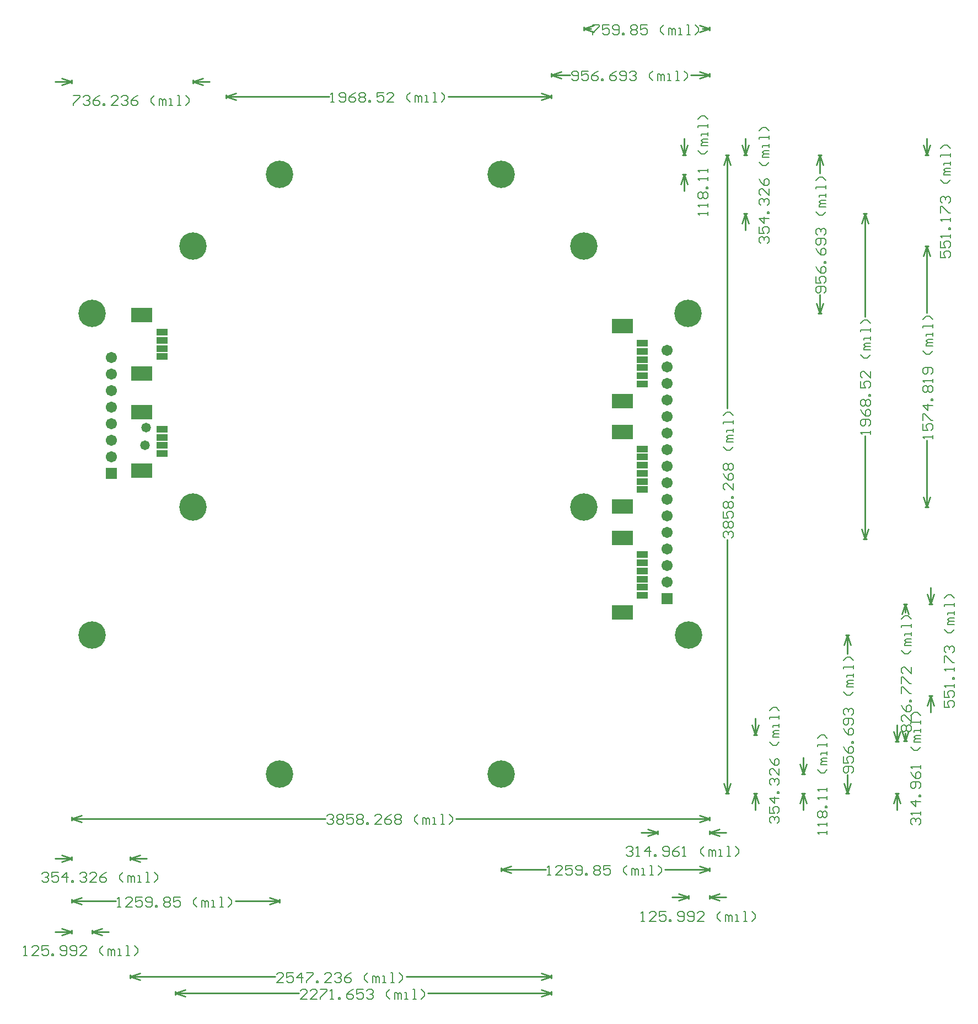
<source format=gbs>
G04*
G04 #@! TF.GenerationSoftware,Altium Limited,Altium Designer,18.1.7 (191)*
G04*
G04 Layer_Color=16711935*
%FSLAX25Y25*%
%MOIN*%
G70*
G01*
G75*
%ADD13C,0.01000*%
%ADD14C,0.00600*%
%ADD15C,0.06706*%
%ADD16R,0.06706X0.06706*%
%ADD17C,0.16548*%
%ADD18C,0.05800*%
%ADD28R,0.12611X0.08674*%
%ADD29R,0.07099X0.03950*%
D13*
X73824Y429100D02*
Y431100D01*
X200Y429100D02*
Y431100D01*
X73824Y430100D02*
X79824Y428100D01*
X73824Y430100D02*
X79824Y432100D01*
X-5800Y428100D02*
X200Y430100D01*
X-5800Y432100D02*
X200Y430100D01*
X73824D02*
X83824D01*
X-9800D02*
X200D01*
X386100Y461100D02*
Y463100D01*
X310115Y461100D02*
Y463100D01*
X380100Y460100D02*
X386100Y462100D01*
X380100Y464100D02*
X386100Y462100D01*
X310115D02*
X316115Y460100D01*
X310115Y462100D02*
X316115Y464100D01*
X381697Y462100D02*
X386100D01*
X310115D02*
X314518D01*
X516300Y330700D02*
X518300D01*
X516300Y173218D02*
X518300D01*
X517300Y330700D02*
X519300Y324700D01*
X515300D02*
X517300Y330700D01*
Y173218D02*
X519300Y179218D01*
X515300D02*
X517300Y173218D01*
Y290547D02*
Y330700D01*
Y173218D02*
Y213371D01*
X516400Y385900D02*
X518400D01*
X516400Y330783D02*
X518400D01*
X517400Y385900D02*
X519400Y391900D01*
X515400D02*
X517400Y385900D01*
Y330783D02*
X519400Y324783D01*
X515400D02*
X517400Y330783D01*
Y385900D02*
Y395900D01*
Y320783D02*
Y330783D01*
X478900Y350500D02*
X480900D01*
X478900Y153648D02*
X480900D01*
X479900Y350500D02*
X481900Y344500D01*
X477900D02*
X479900Y350500D01*
Y153648D02*
X481900Y159648D01*
X477900D02*
X479900Y153648D01*
Y288163D02*
Y350500D01*
Y153648D02*
Y215985D01*
X290400Y420200D02*
Y422200D01*
X93548Y420200D02*
Y422200D01*
X284400Y419200D02*
X290400Y421200D01*
X284400Y423200D02*
X290400Y421200D01*
X93548D02*
X99548Y419200D01*
X93548Y421200D02*
X99548Y423200D01*
X228063Y421200D02*
X290400D01*
X93548D02*
X155885D01*
X386100Y433200D02*
Y435200D01*
X290431Y433200D02*
Y435200D01*
X380100Y432200D02*
X386100Y434200D01*
X380100Y436200D02*
X386100Y434200D01*
X290431D02*
X296431Y432200D01*
X290431Y434200D02*
X296431Y436200D01*
X374854Y434200D02*
X386100D01*
X290431D02*
X301677D01*
X290300Y-121600D02*
Y-119600D01*
X63135Y-121600D02*
Y-119600D01*
X284300Y-122600D02*
X290300Y-120600D01*
X284300Y-118600D02*
X290300Y-120600D01*
X63135D02*
X69135Y-122600D01*
X63135Y-120600D02*
X69135Y-118600D01*
X215805Y-120600D02*
X290300D01*
X63135D02*
X137629D01*
X290324Y-111500D02*
Y-109500D01*
X35600Y-111500D02*
Y-109500D01*
X284324Y-112500D02*
X290324Y-110500D01*
X284324Y-108500D02*
X290324Y-110500D01*
X35600D02*
X41600Y-112500D01*
X35600Y-110500D02*
X41600Y-108500D01*
X202550Y-110500D02*
X290324D01*
X35600D02*
X123374D01*
X518600Y114300D02*
X520600D01*
X518600Y59183D02*
X520600D01*
X519600Y114300D02*
X521600Y120300D01*
X517600D02*
X519600Y114300D01*
Y59183D02*
X521600Y53183D01*
X517600D02*
X519600Y59183D01*
Y114300D02*
Y124300D01*
Y49183D02*
Y59183D01*
X503500Y114277D02*
X505500D01*
X503500Y31600D02*
X505500D01*
X504500Y114277D02*
X506500Y108277D01*
X502500D02*
X504500Y114277D01*
Y31600D02*
X506500Y37600D01*
X502500D02*
X504500Y31600D01*
Y109527D02*
Y114277D01*
Y31600D02*
Y36350D01*
X498200Y31596D02*
X500200D01*
X498200Y100D02*
X500200D01*
X499200Y31596D02*
X501200Y37596D01*
X497200D02*
X499200Y31596D01*
Y100D02*
X501200Y-5900D01*
X497200D02*
X499200Y100D01*
Y31596D02*
Y41596D01*
Y-9900D02*
Y100D01*
X12800Y-84600D02*
Y-82600D01*
X201Y-84600D02*
Y-82600D01*
X12800Y-83600D02*
X18800Y-85600D01*
X12800Y-83600D02*
X18800Y-81600D01*
X-5799Y-85600D02*
X201Y-83600D01*
X-5799Y-81600D02*
X201Y-83600D01*
X12800D02*
X22800D01*
X-9799D02*
X201D01*
X386100Y-63700D02*
Y-61700D01*
X373501Y-63700D02*
Y-61700D01*
X386100Y-62700D02*
X392100Y-64700D01*
X386100Y-62700D02*
X392100Y-60700D01*
X367501Y-64700D02*
X373501Y-62700D01*
X367501Y-60700D02*
X373501Y-62700D01*
X386100D02*
X396100D01*
X363501D02*
X373501D01*
X451700Y385900D02*
X453700D01*
X451700Y290231D02*
X453700D01*
X452700Y385900D02*
X454700Y379900D01*
X450700D02*
X452700Y385900D01*
Y290231D02*
X454700Y296231D01*
X450700D02*
X452700Y290231D01*
Y374654D02*
Y385900D01*
Y290231D02*
Y301477D01*
X468500Y95769D02*
X470500D01*
X468500Y100D02*
X470500D01*
X469500Y95769D02*
X471500Y89769D01*
X467500D02*
X469500Y95769D01*
Y100D02*
X471500Y6100D01*
X467500D02*
X469500Y100D01*
Y84523D02*
Y95769D01*
Y100D02*
Y11346D01*
X369700Y385900D02*
X371700D01*
X369700Y374089D02*
X371700D01*
X370700Y385900D02*
X372700Y391900D01*
X368700D02*
X370700Y385900D01*
Y374089D02*
X372700Y368089D01*
X368700D02*
X370700Y374089D01*
Y385900D02*
Y395900D01*
Y364089D02*
Y374089D01*
X441800Y11911D02*
X443800D01*
X441800Y100D02*
X443800D01*
X442800Y11911D02*
X444800Y17911D01*
X440800D02*
X442800Y11911D01*
Y100D02*
X444800Y-5900D01*
X440800D02*
X442800Y100D01*
Y11911D02*
Y21911D01*
Y-9900D02*
Y100D01*
X126185Y-66000D02*
Y-64000D01*
X200Y-66000D02*
Y-64000D01*
X120185Y-67000D02*
X126185Y-65000D01*
X120185Y-63000D02*
X126185Y-65000D01*
X200D02*
X6200Y-67000D01*
X200Y-65000D02*
X6200Y-63000D01*
X99281Y-65000D02*
X126185D01*
X200D02*
X27104D01*
X386100Y-46800D02*
Y-44800D01*
X260115Y-46800D02*
Y-44800D01*
X380100Y-47800D02*
X386100Y-45800D01*
X380100Y-43800D02*
X386100Y-45800D01*
X260115D02*
X266115Y-47800D01*
X260115Y-45800D02*
X266115Y-43800D01*
X359196Y-45800D02*
X386100D01*
X260115D02*
X287019D01*
X386100Y-16100D02*
Y-14100D01*
X273Y-16100D02*
Y-14100D01*
X380100Y-17100D02*
X386100Y-15100D01*
X380100Y-13100D02*
X386100Y-15100D01*
X273D02*
X6273Y-17100D01*
X273Y-15100D02*
X6273Y-13100D01*
X232774Y-15100D02*
X386100D01*
X273D02*
X153599D01*
X395800Y385927D02*
X397800D01*
X395800Y100D02*
X397800D01*
X396800Y385927D02*
X398800Y379927D01*
X394800D02*
X396800Y385927D01*
Y100D02*
X398800Y6100D01*
X394800D02*
X396800Y100D01*
Y232601D02*
Y385927D01*
Y100D02*
Y153426D01*
X412800Y35533D02*
X414800D01*
X412800Y100D02*
X414800D01*
X413800Y35533D02*
X415800Y41533D01*
X411800D02*
X413800Y35533D01*
Y100D02*
X415800Y-5900D01*
X411800D02*
X413800Y100D01*
Y35533D02*
Y45533D01*
Y-9900D02*
Y100D01*
X406700Y385900D02*
X408700D01*
X406700Y350467D02*
X408700D01*
X407700Y385900D02*
X409700Y391900D01*
X405700D02*
X407700Y385900D01*
Y350467D02*
X409700Y344467D01*
X405700D02*
X407700Y350467D01*
Y385900D02*
Y395900D01*
Y340467D02*
Y350467D01*
X35633Y-40300D02*
Y-38300D01*
X200Y-40300D02*
Y-38300D01*
X35633Y-39300D02*
X41633Y-41300D01*
X35633Y-39300D02*
X41633Y-37300D01*
X-5800Y-41300D02*
X200Y-39300D01*
X-5800Y-37300D02*
X200Y-39300D01*
X35633D02*
X45633D01*
X-9800D02*
X200D01*
X386100Y-24500D02*
Y-22500D01*
X354604Y-24500D02*
Y-22500D01*
X386100Y-23500D02*
X392100Y-25500D01*
X386100Y-23500D02*
X392100Y-21500D01*
X348604Y-25500D02*
X354604Y-23500D01*
X348604Y-21500D02*
X354604Y-23500D01*
X386100D02*
X396100D01*
X344604D02*
X354604D01*
D14*
X1423Y421702D02*
X5422D01*
Y420702D01*
X1423Y416704D01*
Y415704D01*
X7421Y420702D02*
X8421Y421702D01*
X10420D01*
X11420Y420702D01*
Y419703D01*
X10420Y418703D01*
X9420D01*
X10420D01*
X11420Y417703D01*
Y416704D01*
X10420Y415704D01*
X8421D01*
X7421Y416704D01*
X17418Y421702D02*
X15419Y420702D01*
X13419Y418703D01*
Y416704D01*
X14419Y415704D01*
X16418D01*
X17418Y416704D01*
Y417703D01*
X16418Y418703D01*
X13419D01*
X19417Y415704D02*
Y416704D01*
X20417D01*
Y415704D01*
X19417D01*
X28414D02*
X24416D01*
X28414Y419703D01*
Y420702D01*
X27415Y421702D01*
X25415D01*
X24416Y420702D01*
X30414D02*
X31413Y421702D01*
X33413D01*
X34413Y420702D01*
Y419703D01*
X33413Y418703D01*
X32413D01*
X33413D01*
X34413Y417703D01*
Y416704D01*
X33413Y415704D01*
X31413D01*
X30414Y416704D01*
X40411Y421702D02*
X38411Y420702D01*
X36412Y418703D01*
Y416704D01*
X37411Y415704D01*
X39411D01*
X40411Y416704D01*
Y417703D01*
X39411Y418703D01*
X36412D01*
X50407Y415704D02*
X48408Y417703D01*
Y419703D01*
X50407Y421702D01*
X53406Y415704D02*
Y419703D01*
X54406D01*
X55406Y418703D01*
Y415704D01*
Y418703D01*
X56405Y419703D01*
X57405Y418703D01*
Y415704D01*
X59404D02*
X61404D01*
X60404D01*
Y419703D01*
X59404D01*
X64403Y415704D02*
X66402D01*
X65402D01*
Y421702D01*
X64403D01*
X69401Y415704D02*
X71400Y417703D01*
Y419703D01*
X69401Y421702D01*
X315518Y464499D02*
X319516D01*
Y463499D01*
X315518Y459501D01*
Y458501D01*
X325515Y464499D02*
X321516D01*
Y461500D01*
X323515Y462500D01*
X324515D01*
X325515Y461500D01*
Y459501D01*
X324515Y458501D01*
X322516D01*
X321516Y459501D01*
X327514D02*
X328514Y458501D01*
X330513D01*
X331513Y459501D01*
Y463499D01*
X330513Y464499D01*
X328514D01*
X327514Y463499D01*
Y462500D01*
X328514Y461500D01*
X331513D01*
X333512Y458501D02*
Y459501D01*
X334512D01*
Y458501D01*
X333512D01*
X338510Y463499D02*
X339510Y464499D01*
X341509D01*
X342509Y463499D01*
Y462500D01*
X341509Y461500D01*
X342509Y460500D01*
Y459501D01*
X341509Y458501D01*
X339510D01*
X338510Y459501D01*
Y460500D01*
X339510Y461500D01*
X338510Y462500D01*
Y463499D01*
X339510Y461500D02*
X341509D01*
X348507Y464499D02*
X344508D01*
Y461500D01*
X346508Y462500D01*
X347508D01*
X348507Y461500D01*
Y459501D01*
X347508Y458501D01*
X345508D01*
X344508Y459501D01*
X358504Y458501D02*
X356505Y460500D01*
Y462500D01*
X358504Y464499D01*
X361503Y458501D02*
Y462500D01*
X362503D01*
X363502Y461500D01*
Y458501D01*
Y461500D01*
X364502Y462500D01*
X365502Y461500D01*
Y458501D01*
X367501D02*
X369500D01*
X368501D01*
Y462500D01*
X367501D01*
X372499Y458501D02*
X374499D01*
X373499D01*
Y464499D01*
X372499D01*
X377498Y458501D02*
X379497Y460500D01*
Y462500D01*
X377498Y464499D01*
X520899Y214371D02*
Y216370D01*
Y215371D01*
X514901D01*
X515901Y214371D01*
X514901Y223368D02*
Y219369D01*
X517900D01*
X516900Y221369D01*
Y222368D01*
X517900Y223368D01*
X519899D01*
X520899Y222368D01*
Y220369D01*
X519899Y219369D01*
X514901Y225367D02*
Y229366D01*
X515901D01*
X519899Y225367D01*
X520899D01*
Y234365D02*
X514901D01*
X517900Y231365D01*
Y235364D01*
X520899Y237364D02*
X519899D01*
Y238363D01*
X520899D01*
Y237364D01*
X515901Y242362D02*
X514901Y243362D01*
Y245361D01*
X515901Y246361D01*
X516900D01*
X517900Y245361D01*
X518900Y246361D01*
X519899D01*
X520899Y245361D01*
Y243362D01*
X519899Y242362D01*
X518900D01*
X517900Y243362D01*
X516900Y242362D01*
X515901D01*
X517900Y243362D02*
Y245361D01*
X520899Y248360D02*
Y250359D01*
Y249360D01*
X514901D01*
X515901Y248360D01*
X519899Y253358D02*
X520899Y254358D01*
Y256357D01*
X519899Y257357D01*
X515901D01*
X514901Y256357D01*
Y254358D01*
X515901Y253358D01*
X516900D01*
X517900Y254358D01*
Y257357D01*
X520899Y267354D02*
X518900Y265354D01*
X516900D01*
X514901Y267354D01*
X520899Y270353D02*
X516900D01*
Y271353D01*
X517900Y272352D01*
X520899D01*
X517900D01*
X516900Y273352D01*
X517900Y274352D01*
X520899D01*
Y276351D02*
Y278350D01*
Y277351D01*
X516900D01*
Y276351D01*
X520899Y281349D02*
Y283349D01*
Y282349D01*
X514901D01*
Y281349D01*
X520899Y286348D02*
X518900Y288347D01*
X516900D01*
X514901Y286348D01*
X525798Y327751D02*
Y323752D01*
X528797D01*
X527797Y325752D01*
Y326751D01*
X528797Y327751D01*
X530796D01*
X531796Y326751D01*
Y324752D01*
X530796Y323752D01*
X525798Y333749D02*
Y329750D01*
X528797D01*
X527797Y331750D01*
Y332749D01*
X528797Y333749D01*
X530796D01*
X531796Y332749D01*
Y330750D01*
X530796Y329750D01*
X531796Y335749D02*
Y337748D01*
Y336748D01*
X525798D01*
X526798Y335749D01*
X531796Y340747D02*
X530796D01*
Y341746D01*
X531796D01*
Y340747D01*
Y345745D02*
Y347745D01*
Y346745D01*
X525798D01*
X526798Y345745D01*
X525798Y350744D02*
Y354742D01*
X526798D01*
X530796Y350744D01*
X531796D01*
X526798Y356742D02*
X525798Y357741D01*
Y359741D01*
X526798Y360740D01*
X527797D01*
X528797Y359741D01*
Y358741D01*
Y359741D01*
X529797Y360740D01*
X530796D01*
X531796Y359741D01*
Y357741D01*
X530796Y356742D01*
X531796Y370737D02*
X529797Y368738D01*
X527797D01*
X525798Y370737D01*
X531796Y373736D02*
X527797D01*
Y374736D01*
X528797Y375735D01*
X531796D01*
X528797D01*
X527797Y376735D01*
X528797Y377735D01*
X531796D01*
Y379734D02*
Y381734D01*
Y380734D01*
X527797D01*
Y379734D01*
X531796Y384733D02*
Y386732D01*
Y385732D01*
X525798D01*
Y384733D01*
X531796Y389731D02*
X529797Y391730D01*
X527797D01*
X525798Y389731D01*
X483499Y216985D02*
Y218985D01*
Y217985D01*
X477501D01*
X478501Y216985D01*
X482499Y221984D02*
X483499Y222983D01*
Y224983D01*
X482499Y225982D01*
X478501D01*
X477501Y224983D01*
Y222983D01*
X478501Y221984D01*
X479500D01*
X480500Y222983D01*
Y225982D01*
X477501Y231980D02*
X478501Y229981D01*
X480500Y227982D01*
X482499D01*
X483499Y228981D01*
Y230981D01*
X482499Y231980D01*
X481500D01*
X480500Y230981D01*
Y227982D01*
X478501Y233980D02*
X477501Y234979D01*
Y236979D01*
X478501Y237978D01*
X479500D01*
X480500Y236979D01*
X481500Y237978D01*
X482499D01*
X483499Y236979D01*
Y234979D01*
X482499Y233980D01*
X481500D01*
X480500Y234979D01*
X479500Y233980D01*
X478501D01*
X480500Y234979D02*
Y236979D01*
X483499Y239978D02*
X482499D01*
Y240977D01*
X483499D01*
Y239978D01*
X477501Y248975D02*
Y244976D01*
X480500D01*
X479500Y246975D01*
Y247975D01*
X480500Y248975D01*
X482499D01*
X483499Y247975D01*
Y245976D01*
X482499Y244976D01*
X483499Y254973D02*
Y250974D01*
X479500Y254973D01*
X478501D01*
X477501Y253973D01*
Y251974D01*
X478501Y250974D01*
X483499Y264970D02*
X481500Y262970D01*
X479500D01*
X477501Y264970D01*
X483499Y267969D02*
X479500D01*
Y268968D01*
X480500Y269968D01*
X483499D01*
X480500D01*
X479500Y270968D01*
X480500Y271967D01*
X483499D01*
Y273967D02*
Y275966D01*
Y274966D01*
X479500D01*
Y273967D01*
X483499Y278965D02*
Y280964D01*
Y279965D01*
X477501D01*
Y278965D01*
X483499Y283963D02*
X481500Y285963D01*
X479500D01*
X477501Y283963D01*
X156885Y417601D02*
X158885D01*
X157885D01*
Y423599D01*
X156885Y422599D01*
X161884Y418601D02*
X162883Y417601D01*
X164883D01*
X165882Y418601D01*
Y422599D01*
X164883Y423599D01*
X162883D01*
X161884Y422599D01*
Y421600D01*
X162883Y420600D01*
X165882D01*
X171880Y423599D02*
X169881Y422599D01*
X167882Y420600D01*
Y418601D01*
X168881Y417601D01*
X170881D01*
X171880Y418601D01*
Y419600D01*
X170881Y420600D01*
X167882D01*
X173880Y422599D02*
X174879Y423599D01*
X176879D01*
X177878Y422599D01*
Y421600D01*
X176879Y420600D01*
X177878Y419600D01*
Y418601D01*
X176879Y417601D01*
X174879D01*
X173880Y418601D01*
Y419600D01*
X174879Y420600D01*
X173880Y421600D01*
Y422599D01*
X174879Y420600D02*
X176879D01*
X179878Y417601D02*
Y418601D01*
X180877D01*
Y417601D01*
X179878D01*
X188875Y423599D02*
X184876D01*
Y420600D01*
X186875Y421600D01*
X187875D01*
X188875Y420600D01*
Y418601D01*
X187875Y417601D01*
X185876D01*
X184876Y418601D01*
X194873Y417601D02*
X190874D01*
X194873Y421600D01*
Y422599D01*
X193873Y423599D01*
X191874D01*
X190874Y422599D01*
X204870Y417601D02*
X202870Y419600D01*
Y421600D01*
X204870Y423599D01*
X207869Y417601D02*
Y421600D01*
X208868D01*
X209868Y420600D01*
Y417601D01*
Y420600D01*
X210868Y421600D01*
X211867Y420600D01*
Y417601D01*
X213867D02*
X215866D01*
X214866D01*
Y421600D01*
X213867D01*
X218865Y417601D02*
X220865D01*
X219865D01*
Y423599D01*
X218865D01*
X223864Y417601D02*
X225863Y419600D01*
Y421600D01*
X223864Y423599D01*
X302677Y431601D02*
X303676Y430601D01*
X305676D01*
X306675Y431601D01*
Y435599D01*
X305676Y436599D01*
X303676D01*
X302677Y435599D01*
Y434600D01*
X303676Y433600D01*
X306675D01*
X312673Y436599D02*
X308675D01*
Y433600D01*
X310674Y434600D01*
X311674D01*
X312673Y433600D01*
Y431601D01*
X311674Y430601D01*
X309674D01*
X308675Y431601D01*
X318671Y436599D02*
X316672Y435599D01*
X314673Y433600D01*
Y431601D01*
X315672Y430601D01*
X317672D01*
X318671Y431601D01*
Y432600D01*
X317672Y433600D01*
X314673D01*
X320671Y430601D02*
Y431601D01*
X321671D01*
Y430601D01*
X320671D01*
X329668Y436599D02*
X327669Y435599D01*
X325669Y433600D01*
Y431601D01*
X326669Y430601D01*
X328668D01*
X329668Y431601D01*
Y432600D01*
X328668Y433600D01*
X325669D01*
X331667Y431601D02*
X332667Y430601D01*
X334666D01*
X335666Y431601D01*
Y435599D01*
X334666Y436599D01*
X332667D01*
X331667Y435599D01*
Y434600D01*
X332667Y433600D01*
X335666D01*
X337665Y435599D02*
X338665Y436599D01*
X340664D01*
X341664Y435599D01*
Y434600D01*
X340664Y433600D01*
X339665D01*
X340664D01*
X341664Y432600D01*
Y431601D01*
X340664Y430601D01*
X338665D01*
X337665Y431601D01*
X351661Y430601D02*
X349661Y432600D01*
Y434600D01*
X351661Y436599D01*
X354660Y430601D02*
Y434600D01*
X355660D01*
X356659Y433600D01*
Y430601D01*
Y433600D01*
X357659Y434600D01*
X358659Y433600D01*
Y430601D01*
X360658D02*
X362657D01*
X361658D01*
Y434600D01*
X360658D01*
X365656Y430601D02*
X367656D01*
X366656D01*
Y436599D01*
X365656D01*
X370655Y430601D02*
X372654Y432600D01*
Y434600D01*
X370655Y436599D01*
X142628Y-124199D02*
X138629D01*
X142628Y-120200D01*
Y-119201D01*
X141629Y-118201D01*
X139629D01*
X138629Y-119201D01*
X148626Y-124199D02*
X144627D01*
X148626Y-120200D01*
Y-119201D01*
X147626Y-118201D01*
X145627D01*
X144627Y-119201D01*
X150626Y-118201D02*
X154624D01*
Y-119201D01*
X150626Y-123199D01*
Y-124199D01*
X156624D02*
X158623D01*
X157623D01*
Y-118201D01*
X156624Y-119201D01*
X161622Y-124199D02*
Y-123199D01*
X162622D01*
Y-124199D01*
X161622D01*
X170619Y-118201D02*
X168620Y-119201D01*
X166620Y-121200D01*
Y-123199D01*
X167620Y-124199D01*
X169619D01*
X170619Y-123199D01*
Y-122200D01*
X169619Y-121200D01*
X166620D01*
X176617Y-118201D02*
X172618D01*
Y-121200D01*
X174618Y-120200D01*
X175618D01*
X176617Y-121200D01*
Y-123199D01*
X175618Y-124199D01*
X173618D01*
X172618Y-123199D01*
X178616Y-119201D02*
X179616Y-118201D01*
X181616D01*
X182615Y-119201D01*
Y-120200D01*
X181616Y-121200D01*
X180616D01*
X181616D01*
X182615Y-122200D01*
Y-123199D01*
X181616Y-124199D01*
X179616D01*
X178616Y-123199D01*
X192612Y-124199D02*
X190613Y-122200D01*
Y-120200D01*
X192612Y-118201D01*
X195611Y-124199D02*
Y-120200D01*
X196611D01*
X197610Y-121200D01*
Y-124199D01*
Y-121200D01*
X198610Y-120200D01*
X199610Y-121200D01*
Y-124199D01*
X201609D02*
X203608D01*
X202609D01*
Y-120200D01*
X201609D01*
X206608Y-124199D02*
X208607D01*
X207607D01*
Y-118201D01*
X206608D01*
X211606Y-124199D02*
X213605Y-122200D01*
Y-120200D01*
X211606Y-118201D01*
X128373Y-114099D02*
X124374D01*
X128373Y-110100D01*
Y-109101D01*
X127373Y-108101D01*
X125374D01*
X124374Y-109101D01*
X134371Y-108101D02*
X130372D01*
Y-111100D01*
X132371Y-110100D01*
X133371D01*
X134371Y-111100D01*
Y-113099D01*
X133371Y-114099D01*
X131372D01*
X130372Y-113099D01*
X139369Y-114099D02*
Y-108101D01*
X136370Y-111100D01*
X140369D01*
X142368Y-108101D02*
X146367D01*
Y-109101D01*
X142368Y-113099D01*
Y-114099D01*
X148366D02*
Y-113099D01*
X149366D01*
Y-114099D01*
X148366D01*
X157363D02*
X153365D01*
X157363Y-110100D01*
Y-109101D01*
X156364Y-108101D01*
X154364D01*
X153365Y-109101D01*
X159363D02*
X160363Y-108101D01*
X162362D01*
X163362Y-109101D01*
Y-110100D01*
X162362Y-111100D01*
X161362D01*
X162362D01*
X163362Y-112100D01*
Y-113099D01*
X162362Y-114099D01*
X160363D01*
X159363Y-113099D01*
X169360Y-108101D02*
X167360Y-109101D01*
X165361Y-111100D01*
Y-113099D01*
X166360Y-114099D01*
X168360D01*
X169360Y-113099D01*
Y-112100D01*
X168360Y-111100D01*
X165361D01*
X179356Y-114099D02*
X177357Y-112100D01*
Y-110100D01*
X179356Y-108101D01*
X182355Y-114099D02*
Y-110100D01*
X183355D01*
X184355Y-111100D01*
Y-114099D01*
Y-111100D01*
X185354Y-110100D01*
X186354Y-111100D01*
Y-114099D01*
X188353D02*
X190353D01*
X189353D01*
Y-110100D01*
X188353D01*
X193352Y-114099D02*
X195351D01*
X194351D01*
Y-108101D01*
X193352D01*
X198350Y-114099D02*
X200349Y-112100D01*
Y-110100D01*
X198350Y-108101D01*
X527998Y56151D02*
Y52152D01*
X530997D01*
X529997Y54152D01*
Y55151D01*
X530997Y56151D01*
X532996D01*
X533996Y55151D01*
Y53152D01*
X532996Y52152D01*
X527998Y62149D02*
Y58150D01*
X530997D01*
X529997Y60150D01*
Y61149D01*
X530997Y62149D01*
X532996D01*
X533996Y61149D01*
Y59150D01*
X532996Y58150D01*
X533996Y64148D02*
Y66148D01*
Y65148D01*
X527998D01*
X528998Y64148D01*
X533996Y69147D02*
X532996D01*
Y70147D01*
X533996D01*
Y69147D01*
Y74145D02*
Y76145D01*
Y75145D01*
X527998D01*
X528998Y74145D01*
X527998Y79144D02*
Y83142D01*
X528998D01*
X532996Y79144D01*
X533996D01*
X528998Y85142D02*
X527998Y86141D01*
Y88141D01*
X528998Y89140D01*
X529997D01*
X530997Y88141D01*
Y87141D01*
Y88141D01*
X531997Y89140D01*
X532996D01*
X533996Y88141D01*
Y86141D01*
X532996Y85142D01*
X533996Y99137D02*
X531997Y97138D01*
X529997D01*
X527998Y99137D01*
X533996Y102136D02*
X529997D01*
Y103136D01*
X530997Y104136D01*
X533996D01*
X530997D01*
X529997Y105135D01*
X530997Y106135D01*
X533996D01*
Y108134D02*
Y110134D01*
Y109134D01*
X529997D01*
Y108134D01*
X533996Y113133D02*
Y115132D01*
Y114132D01*
X527998D01*
Y113133D01*
X533996Y118131D02*
X531997Y120130D01*
X529997D01*
X527998Y118131D01*
X503101Y37350D02*
X502101Y38350D01*
Y40349D01*
X503101Y41349D01*
X504100D01*
X505100Y40349D01*
X506100Y41349D01*
X507099D01*
X508099Y40349D01*
Y38350D01*
X507099Y37350D01*
X506100D01*
X505100Y38350D01*
X504100Y37350D01*
X503101D01*
X505100Y38350D02*
Y40349D01*
X508099Y47347D02*
Y43348D01*
X504100Y47347D01*
X503101D01*
X502101Y46347D01*
Y44348D01*
X503101Y43348D01*
X502101Y53345D02*
X503101Y51345D01*
X505100Y49346D01*
X507099D01*
X508099Y50346D01*
Y52345D01*
X507099Y53345D01*
X506100D01*
X505100Y52345D01*
Y49346D01*
X508099Y55344D02*
X507099D01*
Y56344D01*
X508099D01*
Y55344D01*
X502101Y60343D02*
Y64341D01*
X503101D01*
X507099Y60343D01*
X508099D01*
X502101Y66341D02*
Y70339D01*
X503101D01*
X507099Y66341D01*
X508099D01*
Y76337D02*
Y72339D01*
X504100Y76337D01*
X503101D01*
X502101Y75338D01*
Y73338D01*
X503101Y72339D01*
X508099Y86334D02*
X506100Y84335D01*
X504100D01*
X502101Y86334D01*
X508099Y89333D02*
X504100D01*
Y90333D01*
X505100Y91332D01*
X508099D01*
X505100D01*
X504100Y92332D01*
X505100Y93332D01*
X508099D01*
Y95331D02*
Y97330D01*
Y96331D01*
X504100D01*
Y95331D01*
X508099Y100329D02*
Y102329D01*
Y101329D01*
X502101D01*
Y100329D01*
X508099Y105328D02*
X506100Y107327D01*
X504100D01*
X502101Y105328D01*
X508598Y-18741D02*
X507598Y-17741D01*
Y-15742D01*
X508598Y-14742D01*
X509597D01*
X510597Y-15742D01*
Y-16742D01*
Y-15742D01*
X511597Y-14742D01*
X512596D01*
X513596Y-15742D01*
Y-17741D01*
X512596Y-18741D01*
X513596Y-12743D02*
Y-10744D01*
Y-11743D01*
X507598D01*
X508598Y-12743D01*
X513596Y-4746D02*
X507598D01*
X510597Y-7745D01*
Y-3746D01*
X513596Y-1746D02*
X512596D01*
Y-747D01*
X513596D01*
Y-1746D01*
X512596Y3252D02*
X513596Y4252D01*
Y6251D01*
X512596Y7251D01*
X508598D01*
X507598Y6251D01*
Y4252D01*
X508598Y3252D01*
X509597D01*
X510597Y4252D01*
Y7251D01*
X507598Y13249D02*
X508598Y11249D01*
X510597Y9250D01*
X512596D01*
X513596Y10250D01*
Y12249D01*
X512596Y13249D01*
X511597D01*
X510597Y12249D01*
Y9250D01*
X513596Y15248D02*
Y17247D01*
Y16248D01*
X507598D01*
X508598Y15248D01*
X513596Y28244D02*
X511597Y26245D01*
X509597D01*
X507598Y28244D01*
X513596Y31243D02*
X509597D01*
Y32243D01*
X510597Y33242D01*
X513596D01*
X510597D01*
X509597Y34242D01*
X510597Y35242D01*
X513596D01*
Y37241D02*
Y39240D01*
Y38241D01*
X509597D01*
Y37241D01*
X513596Y42239D02*
Y44239D01*
Y43239D01*
X507598D01*
Y42239D01*
X513596Y47238D02*
X511597Y49237D01*
X509597D01*
X507598Y47238D01*
X-28588Y-97996D02*
X-26589D01*
X-27589D01*
Y-91998D01*
X-28588Y-92998D01*
X-19591Y-97996D02*
X-23590D01*
X-19591Y-93997D01*
Y-92998D01*
X-20591Y-91998D01*
X-22590D01*
X-23590Y-92998D01*
X-13593Y-91998D02*
X-17592D01*
Y-94997D01*
X-15593Y-93997D01*
X-14593D01*
X-13593Y-94997D01*
Y-96996D01*
X-14593Y-97996D01*
X-16592D01*
X-17592Y-96996D01*
X-11594Y-97996D02*
Y-96996D01*
X-10594D01*
Y-97996D01*
X-11594D01*
X-6596Y-96996D02*
X-5596Y-97996D01*
X-3596D01*
X-2597Y-96996D01*
Y-92998D01*
X-3596Y-91998D01*
X-5596D01*
X-6596Y-92998D01*
Y-93997D01*
X-5596Y-94997D01*
X-2597D01*
X-598Y-96996D02*
X402Y-97996D01*
X2402D01*
X3401Y-96996D01*
Y-92998D01*
X2402Y-91998D01*
X402D01*
X-598Y-92998D01*
Y-93997D01*
X402Y-94997D01*
X3401D01*
X9399Y-97996D02*
X5401D01*
X9399Y-93997D01*
Y-92998D01*
X8400Y-91998D01*
X6400D01*
X5401Y-92998D01*
X19396Y-97996D02*
X17397Y-95997D01*
Y-93997D01*
X19396Y-91998D01*
X22395Y-97996D02*
Y-93997D01*
X23395D01*
X24394Y-94997D01*
Y-97996D01*
Y-94997D01*
X25394Y-93997D01*
X26394Y-94997D01*
Y-97996D01*
X28393D02*
X30393D01*
X29393D01*
Y-93997D01*
X28393D01*
X33391Y-97996D02*
X35391D01*
X34391D01*
Y-91998D01*
X33391D01*
X38390Y-97996D02*
X40389Y-95997D01*
Y-93997D01*
X38390Y-91998D01*
X344712Y-77096D02*
X346711D01*
X345711D01*
Y-71098D01*
X344712Y-72098D01*
X353709Y-77096D02*
X349710D01*
X353709Y-73097D01*
Y-72098D01*
X352709Y-71098D01*
X350710D01*
X349710Y-72098D01*
X359707Y-71098D02*
X355708D01*
Y-74097D01*
X357707Y-73097D01*
X358707D01*
X359707Y-74097D01*
Y-76096D01*
X358707Y-77096D01*
X356708D01*
X355708Y-76096D01*
X361706Y-77096D02*
Y-76096D01*
X362706D01*
Y-77096D01*
X361706D01*
X366704Y-76096D02*
X367704Y-77096D01*
X369704D01*
X370703Y-76096D01*
Y-72098D01*
X369704Y-71098D01*
X367704D01*
X366704Y-72098D01*
Y-73097D01*
X367704Y-74097D01*
X370703D01*
X372703Y-76096D02*
X373702Y-77096D01*
X375701D01*
X376701Y-76096D01*
Y-72098D01*
X375701Y-71098D01*
X373702D01*
X372703Y-72098D01*
Y-73097D01*
X373702Y-74097D01*
X376701D01*
X382699Y-77096D02*
X378701D01*
X382699Y-73097D01*
Y-72098D01*
X381700Y-71098D01*
X379700D01*
X378701Y-72098D01*
X392696Y-77096D02*
X390697Y-75097D01*
Y-73097D01*
X392696Y-71098D01*
X395695Y-77096D02*
Y-73097D01*
X396695D01*
X397694Y-74097D01*
Y-77096D01*
Y-74097D01*
X398694Y-73097D01*
X399694Y-74097D01*
Y-77096D01*
X401693D02*
X403692D01*
X402693D01*
Y-73097D01*
X401693D01*
X406692Y-77096D02*
X408691D01*
X407691D01*
Y-71098D01*
X406692D01*
X411690Y-77096D02*
X413689Y-75097D01*
Y-73097D01*
X411690Y-71098D01*
X455299Y302477D02*
X456299Y303476D01*
Y305476D01*
X455299Y306475D01*
X451301D01*
X450301Y305476D01*
Y303476D01*
X451301Y302477D01*
X452300D01*
X453300Y303476D01*
Y306475D01*
X450301Y312474D02*
Y308475D01*
X453300D01*
X452300Y310474D01*
Y311474D01*
X453300Y312474D01*
X455299D01*
X456299Y311474D01*
Y309474D01*
X455299Y308475D01*
X450301Y318472D02*
X451301Y316472D01*
X453300Y314473D01*
X455299D01*
X456299Y315473D01*
Y317472D01*
X455299Y318472D01*
X454300D01*
X453300Y317472D01*
Y314473D01*
X456299Y320471D02*
X455299D01*
Y321470D01*
X456299D01*
Y320471D01*
X450301Y329468D02*
X451301Y327469D01*
X453300Y325469D01*
X455299D01*
X456299Y326469D01*
Y328468D01*
X455299Y329468D01*
X454300D01*
X453300Y328468D01*
Y325469D01*
X455299Y331467D02*
X456299Y332467D01*
Y334466D01*
X455299Y335466D01*
X451301D01*
X450301Y334466D01*
Y332467D01*
X451301Y331467D01*
X452300D01*
X453300Y332467D01*
Y335466D01*
X451301Y337465D02*
X450301Y338465D01*
Y340464D01*
X451301Y341464D01*
X452300D01*
X453300Y340464D01*
Y339465D01*
Y340464D01*
X454300Y341464D01*
X455299D01*
X456299Y340464D01*
Y338465D01*
X455299Y337465D01*
X456299Y351461D02*
X454300Y349462D01*
X452300D01*
X450301Y351461D01*
X456299Y354460D02*
X452300D01*
Y355459D01*
X453300Y356459D01*
X456299D01*
X453300D01*
X452300Y357459D01*
X453300Y358459D01*
X456299D01*
Y360458D02*
Y362457D01*
Y361458D01*
X452300D01*
Y360458D01*
X456299Y365456D02*
Y367456D01*
Y366456D01*
X450301D01*
Y365456D01*
X456299Y370455D02*
X454300Y372454D01*
X452300D01*
X450301Y370455D01*
X472099Y12346D02*
X473099Y13346D01*
Y15345D01*
X472099Y16345D01*
X468101D01*
X467101Y15345D01*
Y13346D01*
X468101Y12346D01*
X469100D01*
X470100Y13346D01*
Y16345D01*
X467101Y22343D02*
Y18344D01*
X470100D01*
X469100Y20343D01*
Y21343D01*
X470100Y22343D01*
X472099D01*
X473099Y21343D01*
Y19344D01*
X472099Y18344D01*
X467101Y28341D02*
X468101Y26341D01*
X470100Y24342D01*
X472099D01*
X473099Y25342D01*
Y27341D01*
X472099Y28341D01*
X471100D01*
X470100Y27341D01*
Y24342D01*
X473099Y30340D02*
X472099D01*
Y31340D01*
X473099D01*
Y30340D01*
X467101Y39337D02*
X468101Y37338D01*
X470100Y35339D01*
X472099D01*
X473099Y36338D01*
Y38338D01*
X472099Y39337D01*
X471100D01*
X470100Y38338D01*
Y35339D01*
X472099Y41337D02*
X473099Y42336D01*
Y44336D01*
X472099Y45335D01*
X468101D01*
X467101Y44336D01*
Y42336D01*
X468101Y41337D01*
X469100D01*
X470100Y42336D01*
Y45335D01*
X468101Y47335D02*
X467101Y48334D01*
Y50334D01*
X468101Y51333D01*
X469100D01*
X470100Y50334D01*
Y49334D01*
Y50334D01*
X471100Y51333D01*
X472099D01*
X473099Y50334D01*
Y48334D01*
X472099Y47335D01*
X473099Y61330D02*
X471100Y59331D01*
X469100D01*
X467101Y61330D01*
X473099Y64329D02*
X469100D01*
Y65329D01*
X470100Y66329D01*
X473099D01*
X470100D01*
X469100Y67328D01*
X470100Y68328D01*
X473099D01*
Y70327D02*
Y72327D01*
Y71327D01*
X469100D01*
Y70327D01*
X473099Y75326D02*
Y77325D01*
Y76325D01*
X467101D01*
Y75326D01*
X473099Y80324D02*
X471100Y82323D01*
X469100D01*
X467101Y80324D01*
X385096Y349404D02*
Y351404D01*
Y350404D01*
X379098D01*
X380098Y349404D01*
X385096Y354403D02*
Y356402D01*
Y355402D01*
X379098D01*
X380098Y354403D01*
Y359401D02*
X379098Y360401D01*
Y362400D01*
X380098Y363400D01*
X381097D01*
X382097Y362400D01*
X383097Y363400D01*
X384096D01*
X385096Y362400D01*
Y360401D01*
X384096Y359401D01*
X383097D01*
X382097Y360401D01*
X381097Y359401D01*
X380098D01*
X382097Y360401D02*
Y362400D01*
X385096Y365399D02*
X384096D01*
Y366399D01*
X385096D01*
Y365399D01*
Y370397D02*
Y372397D01*
Y371397D01*
X379098D01*
X380098Y370397D01*
X385096Y375396D02*
Y377395D01*
Y376396D01*
X379098D01*
X380098Y375396D01*
X385096Y388392D02*
X383097Y386392D01*
X381097D01*
X379098Y388392D01*
X385096Y391391D02*
X381097D01*
Y392390D01*
X382097Y393390D01*
X385096D01*
X382097D01*
X381097Y394390D01*
X382097Y395389D01*
X385096D01*
Y397389D02*
Y399388D01*
Y398388D01*
X381097D01*
Y397389D01*
X385096Y402387D02*
Y404386D01*
Y403387D01*
X379098D01*
Y402387D01*
X385096Y407385D02*
X383097Y409385D01*
X381097D01*
X379098Y407385D01*
X457196Y-24585D02*
Y-22585D01*
Y-23585D01*
X451198D01*
X452198Y-24585D01*
X457196Y-19586D02*
Y-17587D01*
Y-18587D01*
X451198D01*
X452198Y-19586D01*
Y-14588D02*
X451198Y-13588D01*
Y-11589D01*
X452198Y-10589D01*
X453197D01*
X454197Y-11589D01*
X455197Y-10589D01*
X456196D01*
X457196Y-11589D01*
Y-13588D01*
X456196Y-14588D01*
X455197D01*
X454197Y-13588D01*
X453197Y-14588D01*
X452198D01*
X454197Y-13588D02*
Y-11589D01*
X457196Y-8590D02*
X456196D01*
Y-7590D01*
X457196D01*
Y-8590D01*
Y-3592D02*
Y-1592D01*
Y-2592D01*
X451198D01*
X452198Y-3592D01*
X457196Y1407D02*
Y3406D01*
Y2406D01*
X451198D01*
X452198Y1407D01*
X457196Y14403D02*
X455197Y12403D01*
X453197D01*
X451198Y14403D01*
X457196Y17402D02*
X453197D01*
Y18401D01*
X454197Y19401D01*
X457196D01*
X454197D01*
X453197Y20401D01*
X454197Y21400D01*
X457196D01*
Y23400D02*
Y25399D01*
Y24399D01*
X453197D01*
Y23400D01*
X457196Y28398D02*
Y30397D01*
Y29398D01*
X451198D01*
Y28398D01*
X457196Y33396D02*
X455197Y35396D01*
X453197D01*
X451198Y33396D01*
X28104Y-68599D02*
X30103D01*
X29103D01*
Y-62601D01*
X28104Y-63601D01*
X37101Y-68599D02*
X33102D01*
X37101Y-64600D01*
Y-63601D01*
X36101Y-62601D01*
X34102D01*
X33102Y-63601D01*
X43099Y-62601D02*
X39100D01*
Y-65600D01*
X41100Y-64600D01*
X42099D01*
X43099Y-65600D01*
Y-67599D01*
X42099Y-68599D01*
X40100D01*
X39100Y-67599D01*
X45098D02*
X46098Y-68599D01*
X48097D01*
X49097Y-67599D01*
Y-63601D01*
X48097Y-62601D01*
X46098D01*
X45098Y-63601D01*
Y-64600D01*
X46098Y-65600D01*
X49097D01*
X51096Y-68599D02*
Y-67599D01*
X52096D01*
Y-68599D01*
X51096D01*
X56095Y-63601D02*
X57094Y-62601D01*
X59094D01*
X60093Y-63601D01*
Y-64600D01*
X59094Y-65600D01*
X60093Y-66600D01*
Y-67599D01*
X59094Y-68599D01*
X57094D01*
X56095Y-67599D01*
Y-66600D01*
X57094Y-65600D01*
X56095Y-64600D01*
Y-63601D01*
X57094Y-65600D02*
X59094D01*
X66091Y-62601D02*
X62093D01*
Y-65600D01*
X64092Y-64600D01*
X65092D01*
X66091Y-65600D01*
Y-67599D01*
X65092Y-68599D01*
X63092D01*
X62093Y-67599D01*
X76088Y-68599D02*
X74089Y-66600D01*
Y-64600D01*
X76088Y-62601D01*
X79087Y-68599D02*
Y-64600D01*
X80087D01*
X81086Y-65600D01*
Y-68599D01*
Y-65600D01*
X82086Y-64600D01*
X83086Y-65600D01*
Y-68599D01*
X85085D02*
X87085D01*
X86085D01*
Y-64600D01*
X85085D01*
X90084Y-68599D02*
X92083D01*
X91083D01*
Y-62601D01*
X90084D01*
X95082Y-68599D02*
X97081Y-66600D01*
Y-64600D01*
X95082Y-62601D01*
X288019Y-49399D02*
X290018D01*
X289018D01*
Y-43401D01*
X288019Y-44401D01*
X297016Y-49399D02*
X293017D01*
X297016Y-45400D01*
Y-44401D01*
X296016Y-43401D01*
X294017D01*
X293017Y-44401D01*
X303014Y-43401D02*
X299015D01*
Y-46400D01*
X301014Y-45400D01*
X302014D01*
X303014Y-46400D01*
Y-48399D01*
X302014Y-49399D01*
X300015D01*
X299015Y-48399D01*
X305013D02*
X306013Y-49399D01*
X308012D01*
X309012Y-48399D01*
Y-44401D01*
X308012Y-43401D01*
X306013D01*
X305013Y-44401D01*
Y-45400D01*
X306013Y-46400D01*
X309012D01*
X311011Y-49399D02*
Y-48399D01*
X312011D01*
Y-49399D01*
X311011D01*
X316010Y-44401D02*
X317009Y-43401D01*
X319009D01*
X320008Y-44401D01*
Y-45400D01*
X319009Y-46400D01*
X320008Y-47400D01*
Y-48399D01*
X319009Y-49399D01*
X317009D01*
X316010Y-48399D01*
Y-47400D01*
X317009Y-46400D01*
X316010Y-45400D01*
Y-44401D01*
X317009Y-46400D02*
X319009D01*
X326006Y-43401D02*
X322008D01*
Y-46400D01*
X324007Y-45400D01*
X325007D01*
X326006Y-46400D01*
Y-48399D01*
X325007Y-49399D01*
X323007D01*
X322008Y-48399D01*
X336003Y-49399D02*
X334004Y-47400D01*
Y-45400D01*
X336003Y-43401D01*
X339002Y-49399D02*
Y-45400D01*
X340002D01*
X341002Y-46400D01*
Y-49399D01*
Y-46400D01*
X342001Y-45400D01*
X343001Y-46400D01*
Y-49399D01*
X345000D02*
X347000D01*
X346000D01*
Y-45400D01*
X345000D01*
X349999Y-49399D02*
X351998D01*
X350998D01*
Y-43401D01*
X349999D01*
X354997Y-49399D02*
X356996Y-47400D01*
Y-45400D01*
X354997Y-43401D01*
X154599Y-13701D02*
X155599Y-12701D01*
X157598D01*
X158598Y-13701D01*
Y-14700D01*
X157598Y-15700D01*
X156598D01*
X157598D01*
X158598Y-16700D01*
Y-17699D01*
X157598Y-18699D01*
X155599D01*
X154599Y-17699D01*
X160597Y-13701D02*
X161597Y-12701D01*
X163596D01*
X164596Y-13701D01*
Y-14700D01*
X163596Y-15700D01*
X164596Y-16700D01*
Y-17699D01*
X163596Y-18699D01*
X161597D01*
X160597Y-17699D01*
Y-16700D01*
X161597Y-15700D01*
X160597Y-14700D01*
Y-13701D01*
X161597Y-15700D02*
X163596D01*
X170594Y-12701D02*
X166595D01*
Y-15700D01*
X168594Y-14700D01*
X169594D01*
X170594Y-15700D01*
Y-17699D01*
X169594Y-18699D01*
X167595D01*
X166595Y-17699D01*
X172593Y-13701D02*
X173593Y-12701D01*
X175592D01*
X176592Y-13701D01*
Y-14700D01*
X175592Y-15700D01*
X176592Y-16700D01*
Y-17699D01*
X175592Y-18699D01*
X173593D01*
X172593Y-17699D01*
Y-16700D01*
X173593Y-15700D01*
X172593Y-14700D01*
Y-13701D01*
X173593Y-15700D02*
X175592D01*
X178591Y-18699D02*
Y-17699D01*
X179591D01*
Y-18699D01*
X178591D01*
X187588D02*
X183589D01*
X187588Y-14700D01*
Y-13701D01*
X186589Y-12701D01*
X184589D01*
X183589Y-13701D01*
X193586Y-12701D02*
X191587Y-13701D01*
X189588Y-15700D01*
Y-17699D01*
X190587Y-18699D01*
X192587D01*
X193586Y-17699D01*
Y-16700D01*
X192587Y-15700D01*
X189588D01*
X195586Y-13701D02*
X196585Y-12701D01*
X198585D01*
X199584Y-13701D01*
Y-14700D01*
X198585Y-15700D01*
X199584Y-16700D01*
Y-17699D01*
X198585Y-18699D01*
X196585D01*
X195586Y-17699D01*
Y-16700D01*
X196585Y-15700D01*
X195586Y-14700D01*
Y-13701D01*
X196585Y-15700D02*
X198585D01*
X209581Y-18699D02*
X207582Y-16700D01*
Y-14700D01*
X209581Y-12701D01*
X212580Y-18699D02*
Y-14700D01*
X213580D01*
X214580Y-15700D01*
Y-18699D01*
Y-15700D01*
X215579Y-14700D01*
X216579Y-15700D01*
Y-18699D01*
X218578D02*
X220578D01*
X219578D01*
Y-14700D01*
X218578D01*
X223577Y-18699D02*
X225576D01*
X224576D01*
Y-12701D01*
X223577D01*
X228575Y-18699D02*
X230574Y-16700D01*
Y-14700D01*
X228575Y-12701D01*
X395401Y154426D02*
X394401Y155425D01*
Y157425D01*
X395401Y158424D01*
X396400D01*
X397400Y157425D01*
Y156425D01*
Y157425D01*
X398400Y158424D01*
X399399D01*
X400399Y157425D01*
Y155425D01*
X399399Y154426D01*
X395401Y160424D02*
X394401Y161423D01*
Y163423D01*
X395401Y164423D01*
X396400D01*
X397400Y163423D01*
X398400Y164423D01*
X399399D01*
X400399Y163423D01*
Y161423D01*
X399399Y160424D01*
X398400D01*
X397400Y161423D01*
X396400Y160424D01*
X395401D01*
X397400Y161423D02*
Y163423D01*
X394401Y170421D02*
Y166422D01*
X397400D01*
X396400Y168421D01*
Y169421D01*
X397400Y170421D01*
X399399D01*
X400399Y169421D01*
Y167421D01*
X399399Y166422D01*
X395401Y172420D02*
X394401Y173419D01*
Y175419D01*
X395401Y176419D01*
X396400D01*
X397400Y175419D01*
X398400Y176419D01*
X399399D01*
X400399Y175419D01*
Y173419D01*
X399399Y172420D01*
X398400D01*
X397400Y173419D01*
X396400Y172420D01*
X395401D01*
X397400Y173419D02*
Y175419D01*
X400399Y178418D02*
X399399D01*
Y179418D01*
X400399D01*
Y178418D01*
Y187415D02*
Y183416D01*
X396400Y187415D01*
X395401D01*
X394401Y186415D01*
Y184416D01*
X395401Y183416D01*
X394401Y193413D02*
X395401Y191414D01*
X397400Y189414D01*
X399399D01*
X400399Y190414D01*
Y192413D01*
X399399Y193413D01*
X398400D01*
X397400Y192413D01*
Y189414D01*
X395401Y195412D02*
X394401Y196412D01*
Y198411D01*
X395401Y199411D01*
X396400D01*
X397400Y198411D01*
X398400Y199411D01*
X399399D01*
X400399Y198411D01*
Y196412D01*
X399399Y195412D01*
X398400D01*
X397400Y196412D01*
X396400Y195412D01*
X395401D01*
X397400Y196412D02*
Y198411D01*
X400399Y209408D02*
X398400Y207408D01*
X396400D01*
X394401Y209408D01*
X400399Y212407D02*
X396400D01*
Y213407D01*
X397400Y214406D01*
X400399D01*
X397400D01*
X396400Y215406D01*
X397400Y216406D01*
X400399D01*
Y218405D02*
Y220404D01*
Y219405D01*
X396400D01*
Y218405D01*
X400399Y223403D02*
Y225403D01*
Y224403D01*
X394401D01*
Y223403D01*
X400399Y228402D02*
X398400Y230401D01*
X396400D01*
X394401Y228402D01*
X423198Y-17772D02*
X422198Y-16773D01*
Y-14773D01*
X423198Y-13774D01*
X424197D01*
X425197Y-14773D01*
Y-15773D01*
Y-14773D01*
X426197Y-13774D01*
X427196D01*
X428196Y-14773D01*
Y-16773D01*
X427196Y-17772D01*
X422198Y-7776D02*
Y-11774D01*
X425197D01*
X424197Y-9775D01*
Y-8775D01*
X425197Y-7776D01*
X427196D01*
X428196Y-8775D01*
Y-10775D01*
X427196Y-11774D01*
X428196Y-2777D02*
X422198D01*
X425197Y-5776D01*
Y-1777D01*
X428196Y222D02*
X427196D01*
Y1221D01*
X428196D01*
Y222D01*
X423198Y5220D02*
X422198Y6220D01*
Y8219D01*
X423198Y9219D01*
X424197D01*
X425197Y8219D01*
Y7220D01*
Y8219D01*
X426197Y9219D01*
X427196D01*
X428196Y8219D01*
Y6220D01*
X427196Y5220D01*
X428196Y15217D02*
Y11218D01*
X424197Y15217D01*
X423198D01*
X422198Y14217D01*
Y12218D01*
X423198Y11218D01*
X422198Y21215D02*
X423198Y19216D01*
X425197Y17216D01*
X427196D01*
X428196Y18216D01*
Y20215D01*
X427196Y21215D01*
X426197D01*
X425197Y20215D01*
Y17216D01*
X428196Y31212D02*
X426197Y29212D01*
X424197D01*
X422198Y31212D01*
X428196Y34211D02*
X424197D01*
Y35210D01*
X425197Y36210D01*
X428196D01*
X425197D01*
X424197Y37210D01*
X425197Y38210D01*
X428196D01*
Y40209D02*
Y42208D01*
Y41209D01*
X424197D01*
Y40209D01*
X428196Y45207D02*
Y47207D01*
Y46207D01*
X422198D01*
Y45207D01*
X428196Y50206D02*
X426197Y52205D01*
X424197D01*
X422198Y50206D01*
X417098Y332595D02*
X416098Y333595D01*
Y335594D01*
X417098Y336594D01*
X418097D01*
X419097Y335594D01*
Y334594D01*
Y335594D01*
X420097Y336594D01*
X421096D01*
X422096Y335594D01*
Y333595D01*
X421096Y332595D01*
X416098Y342592D02*
Y338593D01*
X419097D01*
X418097Y340592D01*
Y341592D01*
X419097Y342592D01*
X421096D01*
X422096Y341592D01*
Y339593D01*
X421096Y338593D01*
X422096Y347590D02*
X416098D01*
X419097Y344591D01*
Y348590D01*
X422096Y350589D02*
X421096D01*
Y351589D01*
X422096D01*
Y350589D01*
X417098Y355588D02*
X416098Y356587D01*
Y358587D01*
X417098Y359586D01*
X418097D01*
X419097Y358587D01*
Y357587D01*
Y358587D01*
X420097Y359586D01*
X421096D01*
X422096Y358587D01*
Y356587D01*
X421096Y355588D01*
X422096Y365584D02*
Y361586D01*
X418097Y365584D01*
X417098D01*
X416098Y364585D01*
Y362585D01*
X417098Y361586D01*
X416098Y371582D02*
X417098Y369583D01*
X419097Y367584D01*
X421096D01*
X422096Y368583D01*
Y370583D01*
X421096Y371582D01*
X420097D01*
X419097Y370583D01*
Y367584D01*
X422096Y381579D02*
X420097Y379580D01*
X418097D01*
X416098Y381579D01*
X422096Y384578D02*
X418097D01*
Y385578D01*
X419097Y386578D01*
X422096D01*
X419097D01*
X418097Y387577D01*
X419097Y388577D01*
X422096D01*
Y390576D02*
Y392576D01*
Y391576D01*
X418097D01*
Y390576D01*
X422096Y395575D02*
Y397574D01*
Y396574D01*
X416098D01*
Y395575D01*
X422096Y400573D02*
X420097Y402572D01*
X418097D01*
X416098Y400573D01*
X-17672Y-48698D02*
X-16673Y-47698D01*
X-14673D01*
X-13674Y-48698D01*
Y-49697D01*
X-14673Y-50697D01*
X-15673D01*
X-14673D01*
X-13674Y-51697D01*
Y-52696D01*
X-14673Y-53696D01*
X-16673D01*
X-17672Y-52696D01*
X-7676Y-47698D02*
X-11674D01*
Y-50697D01*
X-9675Y-49697D01*
X-8675D01*
X-7676Y-50697D01*
Y-52696D01*
X-8675Y-53696D01*
X-10675D01*
X-11674Y-52696D01*
X-2677Y-53696D02*
Y-47698D01*
X-5676Y-50697D01*
X-1678D01*
X322Y-53696D02*
Y-52696D01*
X1321D01*
Y-53696D01*
X322D01*
X5320Y-48698D02*
X6320Y-47698D01*
X8319D01*
X9319Y-48698D01*
Y-49697D01*
X8319Y-50697D01*
X7320D01*
X8319D01*
X9319Y-51697D01*
Y-52696D01*
X8319Y-53696D01*
X6320D01*
X5320Y-52696D01*
X15317Y-53696D02*
X11318D01*
X15317Y-49697D01*
Y-48698D01*
X14317Y-47698D01*
X12318D01*
X11318Y-48698D01*
X21315Y-47698D02*
X19316Y-48698D01*
X17316Y-50697D01*
Y-52696D01*
X18316Y-53696D01*
X20315D01*
X21315Y-52696D01*
Y-51697D01*
X20315Y-50697D01*
X17316D01*
X31312Y-53696D02*
X29312Y-51697D01*
Y-49697D01*
X31312Y-47698D01*
X34311Y-53696D02*
Y-49697D01*
X35311D01*
X36310Y-50697D01*
Y-53696D01*
Y-50697D01*
X37310Y-49697D01*
X38309Y-50697D01*
Y-53696D01*
X40309D02*
X42308D01*
X41309D01*
Y-49697D01*
X40309D01*
X45307Y-53696D02*
X47307D01*
X46307D01*
Y-47698D01*
X45307D01*
X50306Y-53696D02*
X52305Y-51697D01*
Y-49697D01*
X50306Y-47698D01*
X335763Y-32898D02*
X336763Y-31898D01*
X338762D01*
X339762Y-32898D01*
Y-33897D01*
X338762Y-34897D01*
X337762D01*
X338762D01*
X339762Y-35897D01*
Y-36896D01*
X338762Y-37896D01*
X336763D01*
X335763Y-36896D01*
X341761Y-37896D02*
X343760D01*
X342761D01*
Y-31898D01*
X341761Y-32898D01*
X349758Y-37896D02*
Y-31898D01*
X346759Y-34897D01*
X350758D01*
X352758Y-37896D02*
Y-36896D01*
X353757D01*
Y-37896D01*
X352758D01*
X357756Y-36896D02*
X358755Y-37896D01*
X360755D01*
X361755Y-36896D01*
Y-32898D01*
X360755Y-31898D01*
X358755D01*
X357756Y-32898D01*
Y-33897D01*
X358755Y-34897D01*
X361755D01*
X367753Y-31898D02*
X365753Y-32898D01*
X363754Y-34897D01*
Y-36896D01*
X364754Y-37896D01*
X366753D01*
X367753Y-36896D01*
Y-35897D01*
X366753Y-34897D01*
X363754D01*
X369752Y-37896D02*
X371751D01*
X370752D01*
Y-31898D01*
X369752Y-32898D01*
X382748Y-37896D02*
X380748Y-35897D01*
Y-33897D01*
X382748Y-31898D01*
X385747Y-37896D02*
Y-33897D01*
X386747D01*
X387746Y-34897D01*
Y-37896D01*
Y-34897D01*
X388746Y-33897D01*
X389745Y-34897D01*
Y-37896D01*
X391745D02*
X393744D01*
X392744D01*
Y-33897D01*
X391745D01*
X396743Y-37896D02*
X398743D01*
X397743D01*
Y-31898D01*
X396743D01*
X401742Y-37896D02*
X403741Y-35897D01*
Y-33897D01*
X401742Y-31898D01*
D15*
X24500Y263300D02*
D03*
Y253300D02*
D03*
Y243300D02*
D03*
Y233300D02*
D03*
Y223300D02*
D03*
Y213300D02*
D03*
Y203300D02*
D03*
X360500Y127700D02*
D03*
Y137700D02*
D03*
Y147700D02*
D03*
Y157700D02*
D03*
Y167700D02*
D03*
Y177700D02*
D03*
Y187700D02*
D03*
Y197700D02*
D03*
Y207700D02*
D03*
Y217700D02*
D03*
Y227700D02*
D03*
Y237700D02*
D03*
Y247700D02*
D03*
Y257700D02*
D03*
Y267700D02*
D03*
D16*
X24500Y193300D02*
D03*
X360500Y117700D02*
D03*
D17*
X310115Y173218D02*
D03*
X73824D02*
D03*
X310115Y330781D02*
D03*
X73824D02*
D03*
X373501Y95769D02*
D03*
X373186Y290230D02*
D03*
X12800D02*
D03*
Y95769D02*
D03*
X126186Y374088D02*
D03*
Y11911D02*
D03*
X260115Y374088D02*
D03*
Y11911D02*
D03*
D18*
X45300Y221000D02*
D03*
X44700Y210321D02*
D03*
D28*
X333295Y218443D02*
D03*
Y173364D02*
D03*
X42827Y289000D02*
D03*
Y253764D02*
D03*
X333295Y154543D02*
D03*
Y109464D02*
D03*
X42827Y230400D02*
D03*
Y195164D02*
D03*
X333295Y282343D02*
D03*
Y237264D02*
D03*
D29*
X345500Y188521D02*
D03*
Y198364D02*
D03*
Y208206D02*
D03*
Y183600D02*
D03*
Y193442D02*
D03*
Y203285D02*
D03*
X55032Y268921D02*
D03*
Y278764D02*
D03*
Y264000D02*
D03*
Y273843D02*
D03*
X345500Y124621D02*
D03*
Y134464D02*
D03*
Y144306D02*
D03*
Y119700D02*
D03*
Y129543D02*
D03*
Y139385D02*
D03*
X55032Y210321D02*
D03*
Y220164D02*
D03*
Y205400D02*
D03*
Y215243D02*
D03*
X345500Y252421D02*
D03*
Y262264D02*
D03*
Y272106D02*
D03*
Y247500D02*
D03*
Y257343D02*
D03*
Y267185D02*
D03*
M02*

</source>
